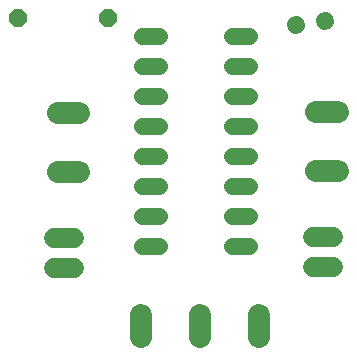
<source format=gbr>
G04 EAGLE Gerber RS-274X export*
G75*
%MOMM*%
%FSLAX34Y34*%
%LPD*%
%INTop Copper*%
%IPPOS*%
%AMOC8*
5,1,8,0,0,1.08239X$1,22.5*%
G01*
%ADD10C,1.473200*%
%ADD11C,1.676400*%
%ADD12P,1.594577X8X30.300000*%
%ADD13P,1.594577X8X22.500000*%
%ADD14C,1.854200*%


D10*
X134388Y301816D02*
X149120Y301816D01*
X149120Y276416D02*
X134388Y276416D01*
X134388Y149416D02*
X149120Y149416D01*
X149120Y124016D02*
X134388Y124016D01*
X134388Y251016D02*
X149120Y251016D01*
X149120Y225616D02*
X134388Y225616D01*
X134388Y174816D02*
X149120Y174816D01*
X149120Y200216D02*
X134388Y200216D01*
X210588Y124016D02*
X225320Y124016D01*
X225320Y149416D02*
X210588Y149416D01*
X210588Y174816D02*
X225320Y174816D01*
X225320Y200216D02*
X210588Y200216D01*
X210588Y225616D02*
X225320Y225616D01*
X225320Y251016D02*
X210588Y251016D01*
X210588Y276416D02*
X225320Y276416D01*
X225320Y301816D02*
X210588Y301816D01*
D11*
X76746Y131053D02*
X59982Y131053D01*
X59982Y105653D02*
X76746Y105653D01*
X279465Y131967D02*
X296229Y131967D01*
X296229Y106567D02*
X279465Y106567D01*
D12*
X264487Y311231D03*
X289652Y314678D03*
D13*
X29469Y317416D03*
X105669Y317416D03*
D14*
X81519Y236485D02*
X62977Y236485D01*
X62977Y186485D02*
X81519Y186485D01*
X233838Y65968D02*
X233838Y47426D01*
X183838Y47426D02*
X183838Y65968D01*
X133838Y65968D02*
X133838Y47426D01*
X281993Y187301D02*
X300535Y187301D01*
X300535Y237301D02*
X281993Y237301D01*
M02*

</source>
